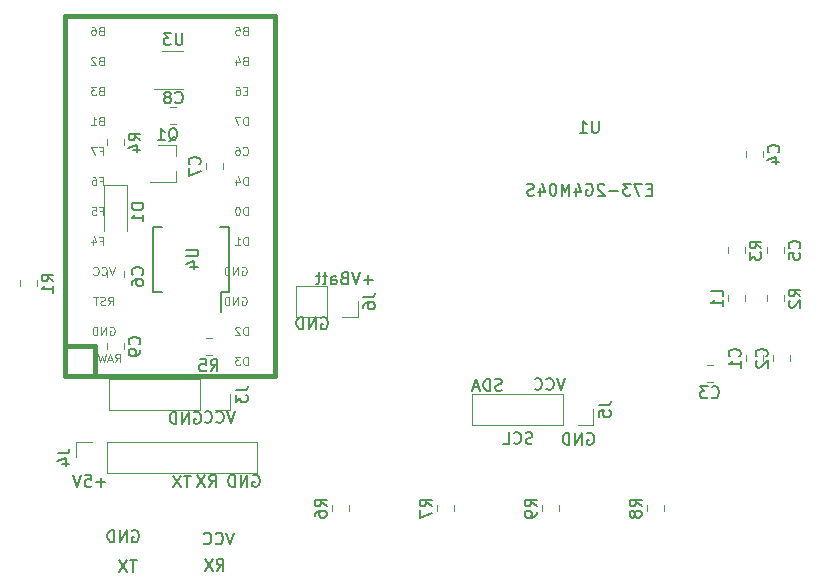
<source format=gbr>
G04 #@! TF.GenerationSoftware,KiCad,Pcbnew,(5.0.0)*
G04 #@! TF.CreationDate,2018-09-23T18:34:32-06:00*
G04 #@! TF.ProjectId,EByte_E73_tester,45427974655F4537335F746573746572,rev?*
G04 #@! TF.SameCoordinates,Original*
G04 #@! TF.FileFunction,Legend,Bot*
G04 #@! TF.FilePolarity,Positive*
%FSLAX46Y46*%
G04 Gerber Fmt 4.6, Leading zero omitted, Abs format (unit mm)*
G04 Created by KiCad (PCBNEW (5.0.0)) date 09/23/18 18:34:32*
%MOMM*%
%LPD*%
G01*
G04 APERTURE LIST*
%ADD10C,0.150000*%
%ADD11C,0.120000*%
%ADD12C,0.381000*%
%ADD13C,0.100000*%
G04 APERTURE END LIST*
D10*
X99742333Y-105862428D02*
X98980428Y-105862428D01*
X99361380Y-106243380D02*
X99361380Y-105481476D01*
X98647095Y-105243380D02*
X98313761Y-106243380D01*
X97980428Y-105243380D01*
X97313761Y-105719571D02*
X97170904Y-105767190D01*
X97123285Y-105814809D01*
X97075666Y-105910047D01*
X97075666Y-106052904D01*
X97123285Y-106148142D01*
X97170904Y-106195761D01*
X97266142Y-106243380D01*
X97647095Y-106243380D01*
X97647095Y-105243380D01*
X97313761Y-105243380D01*
X97218523Y-105291000D01*
X97170904Y-105338619D01*
X97123285Y-105433857D01*
X97123285Y-105529095D01*
X97170904Y-105624333D01*
X97218523Y-105671952D01*
X97313761Y-105719571D01*
X97647095Y-105719571D01*
X96218523Y-106243380D02*
X96218523Y-105719571D01*
X96266142Y-105624333D01*
X96361380Y-105576714D01*
X96551857Y-105576714D01*
X96647095Y-105624333D01*
X96218523Y-106195761D02*
X96313761Y-106243380D01*
X96551857Y-106243380D01*
X96647095Y-106195761D01*
X96694714Y-106100523D01*
X96694714Y-106005285D01*
X96647095Y-105910047D01*
X96551857Y-105862428D01*
X96313761Y-105862428D01*
X96218523Y-105814809D01*
X95885190Y-105576714D02*
X95504238Y-105576714D01*
X95742333Y-105243380D02*
X95742333Y-106100523D01*
X95694714Y-106195761D01*
X95599476Y-106243380D01*
X95504238Y-106243380D01*
X95313761Y-105576714D02*
X94932809Y-105576714D01*
X95170904Y-105243380D02*
X95170904Y-106100523D01*
X95123285Y-106195761D01*
X95028047Y-106243380D01*
X94932809Y-106243380D01*
X95376904Y-109101000D02*
X95472142Y-109053380D01*
X95615000Y-109053380D01*
X95757857Y-109101000D01*
X95853095Y-109196238D01*
X95900714Y-109291476D01*
X95948333Y-109481952D01*
X95948333Y-109624809D01*
X95900714Y-109815285D01*
X95853095Y-109910523D01*
X95757857Y-110005761D01*
X95615000Y-110053380D01*
X95519761Y-110053380D01*
X95376904Y-110005761D01*
X95329285Y-109958142D01*
X95329285Y-109624809D01*
X95519761Y-109624809D01*
X94900714Y-110053380D02*
X94900714Y-109053380D01*
X94329285Y-110053380D01*
X94329285Y-109053380D01*
X93853095Y-110053380D02*
X93853095Y-109053380D01*
X93615000Y-109053380D01*
X93472142Y-109101000D01*
X93376904Y-109196238D01*
X93329285Y-109291476D01*
X93281666Y-109481952D01*
X93281666Y-109624809D01*
X93329285Y-109815285D01*
X93376904Y-109910523D01*
X93472142Y-110005761D01*
X93615000Y-110053380D01*
X93853095Y-110053380D01*
X85891666Y-123388380D02*
X86225000Y-122912190D01*
X86463095Y-123388380D02*
X86463095Y-122388380D01*
X86082142Y-122388380D01*
X85986904Y-122436000D01*
X85939285Y-122483619D01*
X85891666Y-122578857D01*
X85891666Y-122721714D01*
X85939285Y-122816952D01*
X85986904Y-122864571D01*
X86082142Y-122912190D01*
X86463095Y-122912190D01*
X85558333Y-122388380D02*
X84891666Y-123388380D01*
X84891666Y-122388380D02*
X85558333Y-123388380D01*
X86526666Y-130500380D02*
X86860000Y-130024190D01*
X87098095Y-130500380D02*
X87098095Y-129500380D01*
X86717142Y-129500380D01*
X86621904Y-129548000D01*
X86574285Y-129595619D01*
X86526666Y-129690857D01*
X86526666Y-129833714D01*
X86574285Y-129928952D01*
X86621904Y-129976571D01*
X86717142Y-130024190D01*
X87098095Y-130024190D01*
X86193333Y-129500380D02*
X85526666Y-130500380D01*
X85526666Y-129500380D02*
X86193333Y-130500380D01*
X79755904Y-129627380D02*
X79184476Y-129627380D01*
X79470190Y-130627380D02*
X79470190Y-129627380D01*
X78946380Y-129627380D02*
X78279714Y-130627380D01*
X78279714Y-129627380D02*
X78946380Y-130627380D01*
X84327904Y-122451880D02*
X83756476Y-122451880D01*
X84042190Y-123451880D02*
X84042190Y-122451880D01*
X83518380Y-122451880D02*
X82851714Y-123451880D01*
X82851714Y-122451880D02*
X83518380Y-123451880D01*
X79374904Y-127135000D02*
X79470142Y-127087380D01*
X79613000Y-127087380D01*
X79755857Y-127135000D01*
X79851095Y-127230238D01*
X79898714Y-127325476D01*
X79946333Y-127515952D01*
X79946333Y-127658809D01*
X79898714Y-127849285D01*
X79851095Y-127944523D01*
X79755857Y-128039761D01*
X79613000Y-128087380D01*
X79517761Y-128087380D01*
X79374904Y-128039761D01*
X79327285Y-127992142D01*
X79327285Y-127658809D01*
X79517761Y-127658809D01*
X78898714Y-128087380D02*
X78898714Y-127087380D01*
X78327285Y-128087380D01*
X78327285Y-127087380D01*
X77851095Y-128087380D02*
X77851095Y-127087380D01*
X77613000Y-127087380D01*
X77470142Y-127135000D01*
X77374904Y-127230238D01*
X77327285Y-127325476D01*
X77279666Y-127515952D01*
X77279666Y-127658809D01*
X77327285Y-127849285D01*
X77374904Y-127944523D01*
X77470142Y-128039761D01*
X77613000Y-128087380D01*
X77851095Y-128087380D01*
X88010833Y-127277880D02*
X87677500Y-128277880D01*
X87344166Y-127277880D01*
X86439404Y-128182642D02*
X86487023Y-128230261D01*
X86629880Y-128277880D01*
X86725119Y-128277880D01*
X86867976Y-128230261D01*
X86963214Y-128135023D01*
X87010833Y-128039785D01*
X87058452Y-127849309D01*
X87058452Y-127706452D01*
X87010833Y-127515976D01*
X86963214Y-127420738D01*
X86867976Y-127325500D01*
X86725119Y-127277880D01*
X86629880Y-127277880D01*
X86487023Y-127325500D01*
X86439404Y-127373119D01*
X85439404Y-128182642D02*
X85487023Y-128230261D01*
X85629880Y-128277880D01*
X85725119Y-128277880D01*
X85867976Y-128230261D01*
X85963214Y-128135023D01*
X86010833Y-128039785D01*
X86058452Y-127849309D01*
X86058452Y-127706452D01*
X86010833Y-127515976D01*
X85963214Y-127420738D01*
X85867976Y-127325500D01*
X85725119Y-127277880D01*
X85629880Y-127277880D01*
X85487023Y-127325500D01*
X85439404Y-127373119D01*
X77104714Y-123007428D02*
X76342809Y-123007428D01*
X76723761Y-123388380D02*
X76723761Y-122626476D01*
X75390428Y-122388380D02*
X75866619Y-122388380D01*
X75914238Y-122864571D01*
X75866619Y-122816952D01*
X75771380Y-122769333D01*
X75533285Y-122769333D01*
X75438047Y-122816952D01*
X75390428Y-122864571D01*
X75342809Y-122959809D01*
X75342809Y-123197904D01*
X75390428Y-123293142D01*
X75438047Y-123340761D01*
X75533285Y-123388380D01*
X75771380Y-123388380D01*
X75866619Y-123340761D01*
X75914238Y-123293142D01*
X75057095Y-122388380D02*
X74723761Y-123388380D01*
X74390428Y-122388380D01*
X89598404Y-122436000D02*
X89693642Y-122388380D01*
X89836500Y-122388380D01*
X89979357Y-122436000D01*
X90074595Y-122531238D01*
X90122214Y-122626476D01*
X90169833Y-122816952D01*
X90169833Y-122959809D01*
X90122214Y-123150285D01*
X90074595Y-123245523D01*
X89979357Y-123340761D01*
X89836500Y-123388380D01*
X89741261Y-123388380D01*
X89598404Y-123340761D01*
X89550785Y-123293142D01*
X89550785Y-122959809D01*
X89741261Y-122959809D01*
X89122214Y-123388380D02*
X89122214Y-122388380D01*
X88550785Y-123388380D01*
X88550785Y-122388380D01*
X88074595Y-123388380D02*
X88074595Y-122388380D01*
X87836500Y-122388380D01*
X87693642Y-122436000D01*
X87598404Y-122531238D01*
X87550785Y-122626476D01*
X87503166Y-122816952D01*
X87503166Y-122959809D01*
X87550785Y-123150285D01*
X87598404Y-123245523D01*
X87693642Y-123340761D01*
X87836500Y-123388380D01*
X88074595Y-123388380D01*
X88074333Y-116990880D02*
X87741000Y-117990880D01*
X87407666Y-116990880D01*
X86502904Y-117895642D02*
X86550523Y-117943261D01*
X86693380Y-117990880D01*
X86788619Y-117990880D01*
X86931476Y-117943261D01*
X87026714Y-117848023D01*
X87074333Y-117752785D01*
X87121952Y-117562309D01*
X87121952Y-117419452D01*
X87074333Y-117228976D01*
X87026714Y-117133738D01*
X86931476Y-117038500D01*
X86788619Y-116990880D01*
X86693380Y-116990880D01*
X86550523Y-117038500D01*
X86502904Y-117086119D01*
X85502904Y-117895642D02*
X85550523Y-117943261D01*
X85693380Y-117990880D01*
X85788619Y-117990880D01*
X85931476Y-117943261D01*
X86026714Y-117848023D01*
X86074333Y-117752785D01*
X86121952Y-117562309D01*
X86121952Y-117419452D01*
X86074333Y-117228976D01*
X86026714Y-117133738D01*
X85931476Y-117038500D01*
X85788619Y-116990880D01*
X85693380Y-116990880D01*
X85550523Y-117038500D01*
X85502904Y-117086119D01*
X84645404Y-117102000D02*
X84740642Y-117054380D01*
X84883500Y-117054380D01*
X85026357Y-117102000D01*
X85121595Y-117197238D01*
X85169214Y-117292476D01*
X85216833Y-117482952D01*
X85216833Y-117625809D01*
X85169214Y-117816285D01*
X85121595Y-117911523D01*
X85026357Y-118006761D01*
X84883500Y-118054380D01*
X84788261Y-118054380D01*
X84645404Y-118006761D01*
X84597785Y-117959142D01*
X84597785Y-117625809D01*
X84788261Y-117625809D01*
X84169214Y-118054380D02*
X84169214Y-117054380D01*
X83597785Y-118054380D01*
X83597785Y-117054380D01*
X83121595Y-118054380D02*
X83121595Y-117054380D01*
X82883500Y-117054380D01*
X82740642Y-117102000D01*
X82645404Y-117197238D01*
X82597785Y-117292476D01*
X82550166Y-117482952D01*
X82550166Y-117625809D01*
X82597785Y-117816285D01*
X82645404Y-117911523D01*
X82740642Y-118006761D01*
X82883500Y-118054380D01*
X83121595Y-118054380D01*
X110688285Y-115212761D02*
X110545428Y-115260380D01*
X110307333Y-115260380D01*
X110212095Y-115212761D01*
X110164476Y-115165142D01*
X110116857Y-115069904D01*
X110116857Y-114974666D01*
X110164476Y-114879428D01*
X110212095Y-114831809D01*
X110307333Y-114784190D01*
X110497809Y-114736571D01*
X110593047Y-114688952D01*
X110640666Y-114641333D01*
X110688285Y-114546095D01*
X110688285Y-114450857D01*
X110640666Y-114355619D01*
X110593047Y-114308000D01*
X110497809Y-114260380D01*
X110259714Y-114260380D01*
X110116857Y-114308000D01*
X109688285Y-115260380D02*
X109688285Y-114260380D01*
X109450190Y-114260380D01*
X109307333Y-114308000D01*
X109212095Y-114403238D01*
X109164476Y-114498476D01*
X109116857Y-114688952D01*
X109116857Y-114831809D01*
X109164476Y-115022285D01*
X109212095Y-115117523D01*
X109307333Y-115212761D01*
X109450190Y-115260380D01*
X109688285Y-115260380D01*
X108735904Y-114974666D02*
X108259714Y-114974666D01*
X108831142Y-115260380D02*
X108497809Y-114260380D01*
X108164476Y-115260380D01*
X113267976Y-119721261D02*
X113125119Y-119768880D01*
X112887023Y-119768880D01*
X112791785Y-119721261D01*
X112744166Y-119673642D01*
X112696547Y-119578404D01*
X112696547Y-119483166D01*
X112744166Y-119387928D01*
X112791785Y-119340309D01*
X112887023Y-119292690D01*
X113077500Y-119245071D01*
X113172738Y-119197452D01*
X113220357Y-119149833D01*
X113267976Y-119054595D01*
X113267976Y-118959357D01*
X113220357Y-118864119D01*
X113172738Y-118816500D01*
X113077500Y-118768880D01*
X112839404Y-118768880D01*
X112696547Y-118816500D01*
X111696547Y-119673642D02*
X111744166Y-119721261D01*
X111887023Y-119768880D01*
X111982261Y-119768880D01*
X112125119Y-119721261D01*
X112220357Y-119626023D01*
X112267976Y-119530785D01*
X112315595Y-119340309D01*
X112315595Y-119197452D01*
X112267976Y-119006976D01*
X112220357Y-118911738D01*
X112125119Y-118816500D01*
X111982261Y-118768880D01*
X111887023Y-118768880D01*
X111744166Y-118816500D01*
X111696547Y-118864119D01*
X110791785Y-119768880D02*
X111267976Y-119768880D01*
X111267976Y-118768880D01*
X116014333Y-114196880D02*
X115681000Y-115196880D01*
X115347666Y-114196880D01*
X114442904Y-115101642D02*
X114490523Y-115149261D01*
X114633380Y-115196880D01*
X114728619Y-115196880D01*
X114871476Y-115149261D01*
X114966714Y-115054023D01*
X115014333Y-114958785D01*
X115061952Y-114768309D01*
X115061952Y-114625452D01*
X115014333Y-114434976D01*
X114966714Y-114339738D01*
X114871476Y-114244500D01*
X114728619Y-114196880D01*
X114633380Y-114196880D01*
X114490523Y-114244500D01*
X114442904Y-114292119D01*
X113442904Y-115101642D02*
X113490523Y-115149261D01*
X113633380Y-115196880D01*
X113728619Y-115196880D01*
X113871476Y-115149261D01*
X113966714Y-115054023D01*
X114014333Y-114958785D01*
X114061952Y-114768309D01*
X114061952Y-114625452D01*
X114014333Y-114434976D01*
X113966714Y-114339738D01*
X113871476Y-114244500D01*
X113728619Y-114196880D01*
X113633380Y-114196880D01*
X113490523Y-114244500D01*
X113442904Y-114292119D01*
X117919404Y-118880000D02*
X118014642Y-118832380D01*
X118157500Y-118832380D01*
X118300357Y-118880000D01*
X118395595Y-118975238D01*
X118443214Y-119070476D01*
X118490833Y-119260952D01*
X118490833Y-119403809D01*
X118443214Y-119594285D01*
X118395595Y-119689523D01*
X118300357Y-119784761D01*
X118157500Y-119832380D01*
X118062261Y-119832380D01*
X117919404Y-119784761D01*
X117871785Y-119737142D01*
X117871785Y-119403809D01*
X118062261Y-119403809D01*
X117443214Y-119832380D02*
X117443214Y-118832380D01*
X116871785Y-119832380D01*
X116871785Y-118832380D01*
X116395595Y-119832380D02*
X116395595Y-118832380D01*
X116157500Y-118832380D01*
X116014642Y-118880000D01*
X115919404Y-118975238D01*
X115871785Y-119070476D01*
X115824166Y-119260952D01*
X115824166Y-119403809D01*
X115871785Y-119594285D01*
X115919404Y-119689523D01*
X116014642Y-119784761D01*
X116157500Y-119832380D01*
X116395595Y-119832380D01*
D11*
G04 #@! TO.C,J5*
X118424000Y-118170000D02*
X118424000Y-116840000D01*
X117094000Y-118170000D02*
X118424000Y-118170000D01*
X115824000Y-118170000D02*
X115824000Y-115510000D01*
X115824000Y-115510000D02*
X108144000Y-115510000D01*
X115824000Y-118170000D02*
X108144000Y-118170000D01*
X108144000Y-118170000D02*
X108144000Y-115510000D01*
G04 #@! TO.C,Q1*
X83056000Y-94432000D02*
X83056000Y-95362000D01*
X83056000Y-97592000D02*
X83056000Y-96662000D01*
X83056000Y-97592000D02*
X80896000Y-97592000D01*
X83056000Y-94432000D02*
X81596000Y-94432000D01*
G04 #@! TO.C,C6*
X78688000Y-105148748D02*
X78688000Y-105671252D01*
X77268000Y-105148748D02*
X77268000Y-105671252D01*
D12*
G04 #@! TO.C,U2*
X91440000Y-114046000D02*
X73660000Y-114046000D01*
X73660000Y-114046000D02*
X73660000Y-83566000D01*
X73660000Y-83566000D02*
X91440000Y-83566000D01*
X91440000Y-83566000D02*
X91440000Y-114046000D01*
X76200000Y-114046000D02*
X76200000Y-111506000D01*
X76200000Y-111506000D02*
X73660000Y-111506000D01*
D11*
G04 #@! TO.C,J3*
X77410000Y-116900000D02*
X77410000Y-114240000D01*
X85090000Y-116900000D02*
X77410000Y-116900000D01*
X85090000Y-114240000D02*
X77410000Y-114240000D01*
X85090000Y-116900000D02*
X85090000Y-114240000D01*
X86360000Y-116900000D02*
X87690000Y-116900000D01*
X87690000Y-116900000D02*
X87690000Y-115570000D01*
G04 #@! TO.C,J4*
X89976000Y-119574000D02*
X89976000Y-122234000D01*
X77216000Y-119574000D02*
X89976000Y-119574000D01*
X77216000Y-122234000D02*
X89976000Y-122234000D01*
X77216000Y-119574000D02*
X77216000Y-122234000D01*
X75946000Y-119574000D02*
X74616000Y-119574000D01*
X74616000Y-119574000D02*
X74616000Y-120904000D01*
G04 #@! TO.C,C1*
X131370000Y-112260748D02*
X131370000Y-112783252D01*
X132790000Y-112260748D02*
X132790000Y-112783252D01*
G04 #@! TO.C,C2*
X135076000Y-112260748D02*
X135076000Y-112783252D01*
X133656000Y-112260748D02*
X133656000Y-112783252D01*
G04 #@! TO.C,C3*
X128008748Y-113082000D02*
X128531252Y-113082000D01*
X128008748Y-114502000D02*
X128531252Y-114502000D01*
G04 #@! TO.C,C4*
X132790000Y-95511252D02*
X132790000Y-94988748D01*
X131370000Y-95511252D02*
X131370000Y-94988748D01*
G04 #@! TO.C,C5*
X134568000Y-103639252D02*
X134568000Y-103116748D01*
X133148000Y-103639252D02*
X133148000Y-103116748D01*
G04 #@! TO.C,C7*
X85650000Y-96004748D02*
X85650000Y-96527252D01*
X87070000Y-96004748D02*
X87070000Y-96527252D01*
G04 #@! TO.C,C8*
X83065252Y-92658000D02*
X82542748Y-92658000D01*
X83065252Y-91238000D02*
X82542748Y-91238000D01*
G04 #@! TO.C,C9*
X78688000Y-111776252D02*
X78688000Y-111253748D01*
X77268000Y-111776252D02*
X77268000Y-111253748D01*
G04 #@! TO.C,D1*
X76978000Y-97826000D02*
X78978000Y-97826000D01*
X78978000Y-97826000D02*
X78978000Y-101726000D01*
X76978000Y-97826000D02*
X76978000Y-101726000D01*
G04 #@! TO.C,L1*
X129846000Y-107180748D02*
X129846000Y-107703252D01*
X131266000Y-107180748D02*
X131266000Y-107703252D01*
G04 #@! TO.C,R1*
X69902000Y-106433252D02*
X69902000Y-105910748D01*
X71322000Y-106433252D02*
X71322000Y-105910748D01*
G04 #@! TO.C,R2*
X134568000Y-107703252D02*
X134568000Y-107180748D01*
X133148000Y-107703252D02*
X133148000Y-107180748D01*
G04 #@! TO.C,R3*
X129846000Y-103639252D02*
X129846000Y-103116748D01*
X131266000Y-103639252D02*
X131266000Y-103116748D01*
G04 #@! TO.C,R4*
X78688000Y-94495252D02*
X78688000Y-93972748D01*
X77268000Y-94495252D02*
X77268000Y-93972748D01*
G04 #@! TO.C,R5*
X85590748Y-112216000D02*
X86113252Y-112216000D01*
X85590748Y-110796000D02*
X86113252Y-110796000D01*
G04 #@! TO.C,R6*
X97738000Y-124960748D02*
X97738000Y-125483252D01*
X96318000Y-124960748D02*
X96318000Y-125483252D01*
G04 #@! TO.C,R7*
X105208000Y-124960748D02*
X105208000Y-125483252D01*
X106628000Y-124960748D02*
X106628000Y-125483252D01*
G04 #@! TO.C,R8*
X124408000Y-124960748D02*
X124408000Y-125483252D01*
X122988000Y-124960748D02*
X122988000Y-125483252D01*
G04 #@! TO.C,R9*
X114098000Y-124960748D02*
X114098000Y-125483252D01*
X115518000Y-124960748D02*
X115518000Y-125483252D01*
G04 #@! TO.C,U3*
X81904000Y-86528000D02*
X83704000Y-86528000D01*
X83704000Y-89748000D02*
X81254000Y-89748000D01*
D10*
G04 #@! TO.C,U4*
X87533000Y-106890000D02*
X86878000Y-106890000D01*
X87533000Y-101390000D02*
X86783000Y-101390000D01*
X81123000Y-101390000D02*
X81873000Y-101390000D01*
X81123000Y-106890000D02*
X81873000Y-106890000D01*
X87533000Y-106890000D02*
X87533000Y-101390000D01*
X81123000Y-106890000D02*
X81123000Y-101390000D01*
X86878000Y-106890000D02*
X86878000Y-108640000D01*
D11*
G04 #@! TO.C,J6*
X93285000Y-109026000D02*
X93285000Y-106366000D01*
X95885000Y-109026000D02*
X93285000Y-109026000D01*
X95885000Y-106366000D02*
X93285000Y-106366000D01*
X95885000Y-109026000D02*
X95885000Y-106366000D01*
X97155000Y-109026000D02*
X98485000Y-109026000D01*
X98485000Y-109026000D02*
X98485000Y-107696000D01*
G04 #@! TO.C,J5*
D10*
X118876380Y-116506666D02*
X119590666Y-116506666D01*
X119733523Y-116459047D01*
X119828761Y-116363809D01*
X119876380Y-116220952D01*
X119876380Y-116125714D01*
X118876380Y-117459047D02*
X118876380Y-116982857D01*
X119352571Y-116935238D01*
X119304952Y-116982857D01*
X119257333Y-117078095D01*
X119257333Y-117316190D01*
X119304952Y-117411428D01*
X119352571Y-117459047D01*
X119447809Y-117506666D01*
X119685904Y-117506666D01*
X119781142Y-117459047D01*
X119828761Y-117411428D01*
X119876380Y-117316190D01*
X119876380Y-117078095D01*
X119828761Y-116982857D01*
X119781142Y-116935238D01*
G04 #@! TO.C,Q1*
X82454738Y-94146619D02*
X82549976Y-94099000D01*
X82645214Y-94003761D01*
X82788071Y-93860904D01*
X82883309Y-93813285D01*
X82978547Y-93813285D01*
X82930928Y-94051380D02*
X83026166Y-94003761D01*
X83121404Y-93908523D01*
X83169023Y-93718047D01*
X83169023Y-93384714D01*
X83121404Y-93194238D01*
X83026166Y-93099000D01*
X82930928Y-93051380D01*
X82740452Y-93051380D01*
X82645214Y-93099000D01*
X82549976Y-93194238D01*
X82502357Y-93384714D01*
X82502357Y-93718047D01*
X82549976Y-93908523D01*
X82645214Y-94003761D01*
X82740452Y-94051380D01*
X82930928Y-94051380D01*
X81549976Y-94051380D02*
X82121404Y-94051380D01*
X81835690Y-94051380D02*
X81835690Y-93051380D01*
X81930928Y-93194238D01*
X82026166Y-93289476D01*
X82121404Y-93337095D01*
G04 #@! TO.C,C6*
X80240142Y-105433833D02*
X80287761Y-105386214D01*
X80335380Y-105243357D01*
X80335380Y-105148119D01*
X80287761Y-105005261D01*
X80192523Y-104910023D01*
X80097285Y-104862404D01*
X79906809Y-104814785D01*
X79763952Y-104814785D01*
X79573476Y-104862404D01*
X79478238Y-104910023D01*
X79383000Y-105005261D01*
X79335380Y-105148119D01*
X79335380Y-105243357D01*
X79383000Y-105386214D01*
X79430619Y-105433833D01*
X79335380Y-106290976D02*
X79335380Y-106100500D01*
X79383000Y-106005261D01*
X79430619Y-105957642D01*
X79573476Y-105862404D01*
X79763952Y-105814785D01*
X80144904Y-105814785D01*
X80240142Y-105862404D01*
X80287761Y-105910023D01*
X80335380Y-106005261D01*
X80335380Y-106195738D01*
X80287761Y-106290976D01*
X80240142Y-106338595D01*
X80144904Y-106386214D01*
X79906809Y-106386214D01*
X79811571Y-106338595D01*
X79763952Y-106290976D01*
X79716333Y-106195738D01*
X79716333Y-106005261D01*
X79763952Y-105910023D01*
X79811571Y-105862404D01*
X79906809Y-105814785D01*
G04 #@! TO.C,U2*
D13*
X88929333Y-84786000D02*
X88829333Y-84819333D01*
X88796000Y-84852666D01*
X88762666Y-84919333D01*
X88762666Y-85019333D01*
X88796000Y-85086000D01*
X88829333Y-85119333D01*
X88896000Y-85152666D01*
X89162666Y-85152666D01*
X89162666Y-84452666D01*
X88929333Y-84452666D01*
X88862666Y-84486000D01*
X88829333Y-84519333D01*
X88796000Y-84586000D01*
X88796000Y-84652666D01*
X88829333Y-84719333D01*
X88862666Y-84752666D01*
X88929333Y-84786000D01*
X89162666Y-84786000D01*
X88129333Y-84452666D02*
X88462666Y-84452666D01*
X88496000Y-84786000D01*
X88462666Y-84752666D01*
X88396000Y-84719333D01*
X88229333Y-84719333D01*
X88162666Y-84752666D01*
X88129333Y-84786000D01*
X88096000Y-84852666D01*
X88096000Y-85019333D01*
X88129333Y-85086000D01*
X88162666Y-85119333D01*
X88229333Y-85152666D01*
X88396000Y-85152666D01*
X88462666Y-85119333D01*
X88496000Y-85086000D01*
X88929333Y-87326000D02*
X88829333Y-87359333D01*
X88796000Y-87392666D01*
X88762666Y-87459333D01*
X88762666Y-87559333D01*
X88796000Y-87626000D01*
X88829333Y-87659333D01*
X88896000Y-87692666D01*
X89162666Y-87692666D01*
X89162666Y-86992666D01*
X88929333Y-86992666D01*
X88862666Y-87026000D01*
X88829333Y-87059333D01*
X88796000Y-87126000D01*
X88796000Y-87192666D01*
X88829333Y-87259333D01*
X88862666Y-87292666D01*
X88929333Y-87326000D01*
X89162666Y-87326000D01*
X88162666Y-87226000D02*
X88162666Y-87692666D01*
X88329333Y-86959333D02*
X88496000Y-87459333D01*
X88062666Y-87459333D01*
X89129333Y-89866000D02*
X88896000Y-89866000D01*
X88796000Y-90232666D02*
X89129333Y-90232666D01*
X89129333Y-89532666D01*
X88796000Y-89532666D01*
X88196000Y-89532666D02*
X88329333Y-89532666D01*
X88396000Y-89566000D01*
X88429333Y-89599333D01*
X88496000Y-89699333D01*
X88529333Y-89832666D01*
X88529333Y-90099333D01*
X88496000Y-90166000D01*
X88462666Y-90199333D01*
X88396000Y-90232666D01*
X88262666Y-90232666D01*
X88196000Y-90199333D01*
X88162666Y-90166000D01*
X88129333Y-90099333D01*
X88129333Y-89932666D01*
X88162666Y-89866000D01*
X88196000Y-89832666D01*
X88262666Y-89799333D01*
X88396000Y-89799333D01*
X88462666Y-89832666D01*
X88496000Y-89866000D01*
X88529333Y-89932666D01*
X89162666Y-92772666D02*
X89162666Y-92072666D01*
X88996000Y-92072666D01*
X88896000Y-92106000D01*
X88829333Y-92172666D01*
X88796000Y-92239333D01*
X88762666Y-92372666D01*
X88762666Y-92472666D01*
X88796000Y-92606000D01*
X88829333Y-92672666D01*
X88896000Y-92739333D01*
X88996000Y-92772666D01*
X89162666Y-92772666D01*
X88529333Y-92072666D02*
X88062666Y-92072666D01*
X88362666Y-92772666D01*
X88762666Y-95246000D02*
X88796000Y-95279333D01*
X88896000Y-95312666D01*
X88962666Y-95312666D01*
X89062666Y-95279333D01*
X89129333Y-95212666D01*
X89162666Y-95146000D01*
X89196000Y-95012666D01*
X89196000Y-94912666D01*
X89162666Y-94779333D01*
X89129333Y-94712666D01*
X89062666Y-94646000D01*
X88962666Y-94612666D01*
X88896000Y-94612666D01*
X88796000Y-94646000D01*
X88762666Y-94679333D01*
X88162666Y-94612666D02*
X88296000Y-94612666D01*
X88362666Y-94646000D01*
X88396000Y-94679333D01*
X88462666Y-94779333D01*
X88496000Y-94912666D01*
X88496000Y-95179333D01*
X88462666Y-95246000D01*
X88429333Y-95279333D01*
X88362666Y-95312666D01*
X88229333Y-95312666D01*
X88162666Y-95279333D01*
X88129333Y-95246000D01*
X88096000Y-95179333D01*
X88096000Y-95012666D01*
X88129333Y-94946000D01*
X88162666Y-94912666D01*
X88229333Y-94879333D01*
X88362666Y-94879333D01*
X88429333Y-94912666D01*
X88462666Y-94946000D01*
X88496000Y-95012666D01*
X89162666Y-97852666D02*
X89162666Y-97152666D01*
X88996000Y-97152666D01*
X88896000Y-97186000D01*
X88829333Y-97252666D01*
X88796000Y-97319333D01*
X88762666Y-97452666D01*
X88762666Y-97552666D01*
X88796000Y-97686000D01*
X88829333Y-97752666D01*
X88896000Y-97819333D01*
X88996000Y-97852666D01*
X89162666Y-97852666D01*
X88162666Y-97386000D02*
X88162666Y-97852666D01*
X88329333Y-97119333D02*
X88496000Y-97619333D01*
X88062666Y-97619333D01*
X89162666Y-100392666D02*
X89162666Y-99692666D01*
X88996000Y-99692666D01*
X88896000Y-99726000D01*
X88829333Y-99792666D01*
X88796000Y-99859333D01*
X88762666Y-99992666D01*
X88762666Y-100092666D01*
X88796000Y-100226000D01*
X88829333Y-100292666D01*
X88896000Y-100359333D01*
X88996000Y-100392666D01*
X89162666Y-100392666D01*
X88329333Y-99692666D02*
X88262666Y-99692666D01*
X88196000Y-99726000D01*
X88162666Y-99759333D01*
X88129333Y-99826000D01*
X88096000Y-99959333D01*
X88096000Y-100126000D01*
X88129333Y-100259333D01*
X88162666Y-100326000D01*
X88196000Y-100359333D01*
X88262666Y-100392666D01*
X88329333Y-100392666D01*
X88396000Y-100359333D01*
X88429333Y-100326000D01*
X88462666Y-100259333D01*
X88496000Y-100126000D01*
X88496000Y-99959333D01*
X88462666Y-99826000D01*
X88429333Y-99759333D01*
X88396000Y-99726000D01*
X88329333Y-99692666D01*
X89162666Y-102932666D02*
X89162666Y-102232666D01*
X88996000Y-102232666D01*
X88896000Y-102266000D01*
X88829333Y-102332666D01*
X88796000Y-102399333D01*
X88762666Y-102532666D01*
X88762666Y-102632666D01*
X88796000Y-102766000D01*
X88829333Y-102832666D01*
X88896000Y-102899333D01*
X88996000Y-102932666D01*
X89162666Y-102932666D01*
X88096000Y-102932666D02*
X88496000Y-102932666D01*
X88296000Y-102932666D02*
X88296000Y-102232666D01*
X88362666Y-102332666D01*
X88429333Y-102399333D01*
X88496000Y-102432666D01*
X88671333Y-104806000D02*
X88738000Y-104772666D01*
X88838000Y-104772666D01*
X88938000Y-104806000D01*
X89004666Y-104872666D01*
X89038000Y-104939333D01*
X89071333Y-105072666D01*
X89071333Y-105172666D01*
X89038000Y-105306000D01*
X89004666Y-105372666D01*
X88938000Y-105439333D01*
X88838000Y-105472666D01*
X88771333Y-105472666D01*
X88671333Y-105439333D01*
X88638000Y-105406000D01*
X88638000Y-105172666D01*
X88771333Y-105172666D01*
X88338000Y-105472666D02*
X88338000Y-104772666D01*
X87938000Y-105472666D01*
X87938000Y-104772666D01*
X87604666Y-105472666D02*
X87604666Y-104772666D01*
X87438000Y-104772666D01*
X87338000Y-104806000D01*
X87271333Y-104872666D01*
X87238000Y-104939333D01*
X87204666Y-105072666D01*
X87204666Y-105172666D01*
X87238000Y-105306000D01*
X87271333Y-105372666D01*
X87338000Y-105439333D01*
X87438000Y-105472666D01*
X87604666Y-105472666D01*
X88671333Y-107346000D02*
X88738000Y-107312666D01*
X88838000Y-107312666D01*
X88938000Y-107346000D01*
X89004666Y-107412666D01*
X89038000Y-107479333D01*
X89071333Y-107612666D01*
X89071333Y-107712666D01*
X89038000Y-107846000D01*
X89004666Y-107912666D01*
X88938000Y-107979333D01*
X88838000Y-108012666D01*
X88771333Y-108012666D01*
X88671333Y-107979333D01*
X88638000Y-107946000D01*
X88638000Y-107712666D01*
X88771333Y-107712666D01*
X88338000Y-108012666D02*
X88338000Y-107312666D01*
X87938000Y-108012666D01*
X87938000Y-107312666D01*
X87604666Y-108012666D02*
X87604666Y-107312666D01*
X87438000Y-107312666D01*
X87338000Y-107346000D01*
X87271333Y-107412666D01*
X87238000Y-107479333D01*
X87204666Y-107612666D01*
X87204666Y-107712666D01*
X87238000Y-107846000D01*
X87271333Y-107912666D01*
X87338000Y-107979333D01*
X87438000Y-108012666D01*
X87604666Y-108012666D01*
X89162666Y-110552666D02*
X89162666Y-109852666D01*
X88996000Y-109852666D01*
X88896000Y-109886000D01*
X88829333Y-109952666D01*
X88796000Y-110019333D01*
X88762666Y-110152666D01*
X88762666Y-110252666D01*
X88796000Y-110386000D01*
X88829333Y-110452666D01*
X88896000Y-110519333D01*
X88996000Y-110552666D01*
X89162666Y-110552666D01*
X88496000Y-109919333D02*
X88462666Y-109886000D01*
X88396000Y-109852666D01*
X88229333Y-109852666D01*
X88162666Y-109886000D01*
X88129333Y-109919333D01*
X88096000Y-109986000D01*
X88096000Y-110052666D01*
X88129333Y-110152666D01*
X88529333Y-110552666D01*
X88096000Y-110552666D01*
X89162666Y-113092666D02*
X89162666Y-112392666D01*
X88996000Y-112392666D01*
X88896000Y-112426000D01*
X88829333Y-112492666D01*
X88796000Y-112559333D01*
X88762666Y-112692666D01*
X88762666Y-112792666D01*
X88796000Y-112926000D01*
X88829333Y-112992666D01*
X88896000Y-113059333D01*
X88996000Y-113092666D01*
X89162666Y-113092666D01*
X88529333Y-112392666D02*
X88096000Y-112392666D01*
X88329333Y-112659333D01*
X88229333Y-112659333D01*
X88162666Y-112692666D01*
X88129333Y-112726000D01*
X88096000Y-112792666D01*
X88096000Y-112959333D01*
X88129333Y-113026000D01*
X88162666Y-113059333D01*
X88229333Y-113092666D01*
X88429333Y-113092666D01*
X88496000Y-113059333D01*
X88529333Y-113026000D01*
X76737333Y-84786000D02*
X76637333Y-84819333D01*
X76604000Y-84852666D01*
X76570666Y-84919333D01*
X76570666Y-85019333D01*
X76604000Y-85086000D01*
X76637333Y-85119333D01*
X76704000Y-85152666D01*
X76970666Y-85152666D01*
X76970666Y-84452666D01*
X76737333Y-84452666D01*
X76670666Y-84486000D01*
X76637333Y-84519333D01*
X76604000Y-84586000D01*
X76604000Y-84652666D01*
X76637333Y-84719333D01*
X76670666Y-84752666D01*
X76737333Y-84786000D01*
X76970666Y-84786000D01*
X75970666Y-84452666D02*
X76104000Y-84452666D01*
X76170666Y-84486000D01*
X76204000Y-84519333D01*
X76270666Y-84619333D01*
X76304000Y-84752666D01*
X76304000Y-85019333D01*
X76270666Y-85086000D01*
X76237333Y-85119333D01*
X76170666Y-85152666D01*
X76037333Y-85152666D01*
X75970666Y-85119333D01*
X75937333Y-85086000D01*
X75904000Y-85019333D01*
X75904000Y-84852666D01*
X75937333Y-84786000D01*
X75970666Y-84752666D01*
X76037333Y-84719333D01*
X76170666Y-84719333D01*
X76237333Y-84752666D01*
X76270666Y-84786000D01*
X76304000Y-84852666D01*
X76737333Y-87326000D02*
X76637333Y-87359333D01*
X76604000Y-87392666D01*
X76570666Y-87459333D01*
X76570666Y-87559333D01*
X76604000Y-87626000D01*
X76637333Y-87659333D01*
X76704000Y-87692666D01*
X76970666Y-87692666D01*
X76970666Y-86992666D01*
X76737333Y-86992666D01*
X76670666Y-87026000D01*
X76637333Y-87059333D01*
X76604000Y-87126000D01*
X76604000Y-87192666D01*
X76637333Y-87259333D01*
X76670666Y-87292666D01*
X76737333Y-87326000D01*
X76970666Y-87326000D01*
X76304000Y-87059333D02*
X76270666Y-87026000D01*
X76204000Y-86992666D01*
X76037333Y-86992666D01*
X75970666Y-87026000D01*
X75937333Y-87059333D01*
X75904000Y-87126000D01*
X75904000Y-87192666D01*
X75937333Y-87292666D01*
X76337333Y-87692666D01*
X75904000Y-87692666D01*
X76737333Y-89866000D02*
X76637333Y-89899333D01*
X76604000Y-89932666D01*
X76570666Y-89999333D01*
X76570666Y-90099333D01*
X76604000Y-90166000D01*
X76637333Y-90199333D01*
X76704000Y-90232666D01*
X76970666Y-90232666D01*
X76970666Y-89532666D01*
X76737333Y-89532666D01*
X76670666Y-89566000D01*
X76637333Y-89599333D01*
X76604000Y-89666000D01*
X76604000Y-89732666D01*
X76637333Y-89799333D01*
X76670666Y-89832666D01*
X76737333Y-89866000D01*
X76970666Y-89866000D01*
X76337333Y-89532666D02*
X75904000Y-89532666D01*
X76137333Y-89799333D01*
X76037333Y-89799333D01*
X75970666Y-89832666D01*
X75937333Y-89866000D01*
X75904000Y-89932666D01*
X75904000Y-90099333D01*
X75937333Y-90166000D01*
X75970666Y-90199333D01*
X76037333Y-90232666D01*
X76237333Y-90232666D01*
X76304000Y-90199333D01*
X76337333Y-90166000D01*
X76737333Y-92406000D02*
X76637333Y-92439333D01*
X76604000Y-92472666D01*
X76570666Y-92539333D01*
X76570666Y-92639333D01*
X76604000Y-92706000D01*
X76637333Y-92739333D01*
X76704000Y-92772666D01*
X76970666Y-92772666D01*
X76970666Y-92072666D01*
X76737333Y-92072666D01*
X76670666Y-92106000D01*
X76637333Y-92139333D01*
X76604000Y-92206000D01*
X76604000Y-92272666D01*
X76637333Y-92339333D01*
X76670666Y-92372666D01*
X76737333Y-92406000D01*
X76970666Y-92406000D01*
X75904000Y-92772666D02*
X76304000Y-92772666D01*
X76104000Y-92772666D02*
X76104000Y-92072666D01*
X76170666Y-92172666D01*
X76237333Y-92239333D01*
X76304000Y-92272666D01*
X76687333Y-97486000D02*
X76920666Y-97486000D01*
X76920666Y-97852666D02*
X76920666Y-97152666D01*
X76587333Y-97152666D01*
X76020666Y-97152666D02*
X76154000Y-97152666D01*
X76220666Y-97186000D01*
X76254000Y-97219333D01*
X76320666Y-97319333D01*
X76354000Y-97452666D01*
X76354000Y-97719333D01*
X76320666Y-97786000D01*
X76287333Y-97819333D01*
X76220666Y-97852666D01*
X76087333Y-97852666D01*
X76020666Y-97819333D01*
X75987333Y-97786000D01*
X75954000Y-97719333D01*
X75954000Y-97552666D01*
X75987333Y-97486000D01*
X76020666Y-97452666D01*
X76087333Y-97419333D01*
X76220666Y-97419333D01*
X76287333Y-97452666D01*
X76320666Y-97486000D01*
X76354000Y-97552666D01*
X76687333Y-94946000D02*
X76920666Y-94946000D01*
X76920666Y-95312666D02*
X76920666Y-94612666D01*
X76587333Y-94612666D01*
X76387333Y-94612666D02*
X75920666Y-94612666D01*
X76220666Y-95312666D01*
X76687333Y-100026000D02*
X76920666Y-100026000D01*
X76920666Y-100392666D02*
X76920666Y-99692666D01*
X76587333Y-99692666D01*
X75987333Y-99692666D02*
X76320666Y-99692666D01*
X76354000Y-100026000D01*
X76320666Y-99992666D01*
X76254000Y-99959333D01*
X76087333Y-99959333D01*
X76020666Y-99992666D01*
X75987333Y-100026000D01*
X75954000Y-100092666D01*
X75954000Y-100259333D01*
X75987333Y-100326000D01*
X76020666Y-100359333D01*
X76087333Y-100392666D01*
X76254000Y-100392666D01*
X76320666Y-100359333D01*
X76354000Y-100326000D01*
X76687333Y-102566000D02*
X76920666Y-102566000D01*
X76920666Y-102932666D02*
X76920666Y-102232666D01*
X76587333Y-102232666D01*
X76020666Y-102466000D02*
X76020666Y-102932666D01*
X76187333Y-102199333D02*
X76354000Y-102699333D01*
X75920666Y-102699333D01*
X77895333Y-104772666D02*
X77662000Y-105472666D01*
X77428666Y-104772666D01*
X76795333Y-105406000D02*
X76828666Y-105439333D01*
X76928666Y-105472666D01*
X76995333Y-105472666D01*
X77095333Y-105439333D01*
X77162000Y-105372666D01*
X77195333Y-105306000D01*
X77228666Y-105172666D01*
X77228666Y-105072666D01*
X77195333Y-104939333D01*
X77162000Y-104872666D01*
X77095333Y-104806000D01*
X76995333Y-104772666D01*
X76928666Y-104772666D01*
X76828666Y-104806000D01*
X76795333Y-104839333D01*
X76095333Y-105406000D02*
X76128666Y-105439333D01*
X76228666Y-105472666D01*
X76295333Y-105472666D01*
X76395333Y-105439333D01*
X76462000Y-105372666D01*
X76495333Y-105306000D01*
X76528666Y-105172666D01*
X76528666Y-105072666D01*
X76495333Y-104939333D01*
X76462000Y-104872666D01*
X76395333Y-104806000D01*
X76295333Y-104772666D01*
X76228666Y-104772666D01*
X76128666Y-104806000D01*
X76095333Y-104839333D01*
X77345333Y-108012666D02*
X77578666Y-107679333D01*
X77745333Y-108012666D02*
X77745333Y-107312666D01*
X77478666Y-107312666D01*
X77412000Y-107346000D01*
X77378666Y-107379333D01*
X77345333Y-107446000D01*
X77345333Y-107546000D01*
X77378666Y-107612666D01*
X77412000Y-107646000D01*
X77478666Y-107679333D01*
X77745333Y-107679333D01*
X77078666Y-107979333D02*
X76978666Y-108012666D01*
X76812000Y-108012666D01*
X76745333Y-107979333D01*
X76712000Y-107946000D01*
X76678666Y-107879333D01*
X76678666Y-107812666D01*
X76712000Y-107746000D01*
X76745333Y-107712666D01*
X76812000Y-107679333D01*
X76945333Y-107646000D01*
X77012000Y-107612666D01*
X77045333Y-107579333D01*
X77078666Y-107512666D01*
X77078666Y-107446000D01*
X77045333Y-107379333D01*
X77012000Y-107346000D01*
X76945333Y-107312666D01*
X76778666Y-107312666D01*
X76678666Y-107346000D01*
X76478666Y-107312666D02*
X76078666Y-107312666D01*
X76278666Y-108012666D02*
X76278666Y-107312666D01*
X77495333Y-109886000D02*
X77562000Y-109852666D01*
X77662000Y-109852666D01*
X77762000Y-109886000D01*
X77828666Y-109952666D01*
X77862000Y-110019333D01*
X77895333Y-110152666D01*
X77895333Y-110252666D01*
X77862000Y-110386000D01*
X77828666Y-110452666D01*
X77762000Y-110519333D01*
X77662000Y-110552666D01*
X77595333Y-110552666D01*
X77495333Y-110519333D01*
X77462000Y-110486000D01*
X77462000Y-110252666D01*
X77595333Y-110252666D01*
X77162000Y-110552666D02*
X77162000Y-109852666D01*
X76762000Y-110552666D01*
X76762000Y-109852666D01*
X76428666Y-110552666D02*
X76428666Y-109852666D01*
X76262000Y-109852666D01*
X76162000Y-109886000D01*
X76095333Y-109952666D01*
X76062000Y-110019333D01*
X76028666Y-110152666D01*
X76028666Y-110252666D01*
X76062000Y-110386000D01*
X76095333Y-110452666D01*
X76162000Y-110519333D01*
X76262000Y-110552666D01*
X76428666Y-110552666D01*
X77953333Y-112838666D02*
X78186666Y-112505333D01*
X78353333Y-112838666D02*
X78353333Y-112138666D01*
X78086666Y-112138666D01*
X78020000Y-112172000D01*
X77986666Y-112205333D01*
X77953333Y-112272000D01*
X77953333Y-112372000D01*
X77986666Y-112438666D01*
X78020000Y-112472000D01*
X78086666Y-112505333D01*
X78353333Y-112505333D01*
X77686666Y-112638666D02*
X77353333Y-112638666D01*
X77753333Y-112838666D02*
X77520000Y-112138666D01*
X77286666Y-112838666D01*
X77120000Y-112138666D02*
X76953333Y-112838666D01*
X76820000Y-112338666D01*
X76686666Y-112838666D01*
X76520000Y-112138666D01*
G04 #@! TO.C,U1*
D10*
X118871904Y-92416380D02*
X118871904Y-93225904D01*
X118824285Y-93321142D01*
X118776666Y-93368761D01*
X118681428Y-93416380D01*
X118490952Y-93416380D01*
X118395714Y-93368761D01*
X118348095Y-93321142D01*
X118300476Y-93225904D01*
X118300476Y-92416380D01*
X117300476Y-93416380D02*
X117871904Y-93416380D01*
X117586190Y-93416380D02*
X117586190Y-92416380D01*
X117681428Y-92559238D01*
X117776666Y-92654476D01*
X117871904Y-92702095D01*
X123348095Y-98218571D02*
X123014761Y-98218571D01*
X122871904Y-98742380D02*
X123348095Y-98742380D01*
X123348095Y-97742380D01*
X122871904Y-97742380D01*
X122538571Y-97742380D02*
X121871904Y-97742380D01*
X122300476Y-98742380D01*
X121586190Y-97742380D02*
X120967142Y-97742380D01*
X121300476Y-98123333D01*
X121157619Y-98123333D01*
X121062380Y-98170952D01*
X121014761Y-98218571D01*
X120967142Y-98313809D01*
X120967142Y-98551904D01*
X121014761Y-98647142D01*
X121062380Y-98694761D01*
X121157619Y-98742380D01*
X121443333Y-98742380D01*
X121538571Y-98694761D01*
X121586190Y-98647142D01*
X120538571Y-98361428D02*
X119776666Y-98361428D01*
X119348095Y-97837619D02*
X119300476Y-97790000D01*
X119205238Y-97742380D01*
X118967142Y-97742380D01*
X118871904Y-97790000D01*
X118824285Y-97837619D01*
X118776666Y-97932857D01*
X118776666Y-98028095D01*
X118824285Y-98170952D01*
X119395714Y-98742380D01*
X118776666Y-98742380D01*
X117824285Y-97790000D02*
X117919523Y-97742380D01*
X118062380Y-97742380D01*
X118205238Y-97790000D01*
X118300476Y-97885238D01*
X118348095Y-97980476D01*
X118395714Y-98170952D01*
X118395714Y-98313809D01*
X118348095Y-98504285D01*
X118300476Y-98599523D01*
X118205238Y-98694761D01*
X118062380Y-98742380D01*
X117967142Y-98742380D01*
X117824285Y-98694761D01*
X117776666Y-98647142D01*
X117776666Y-98313809D01*
X117967142Y-98313809D01*
X116919523Y-98075714D02*
X116919523Y-98742380D01*
X117157619Y-97694761D02*
X117395714Y-98409047D01*
X116776666Y-98409047D01*
X116395714Y-98742380D02*
X116395714Y-97742380D01*
X116062380Y-98456666D01*
X115729047Y-97742380D01*
X115729047Y-98742380D01*
X115062380Y-97742380D02*
X114967142Y-97742380D01*
X114871904Y-97790000D01*
X114824285Y-97837619D01*
X114776666Y-97932857D01*
X114729047Y-98123333D01*
X114729047Y-98361428D01*
X114776666Y-98551904D01*
X114824285Y-98647142D01*
X114871904Y-98694761D01*
X114967142Y-98742380D01*
X115062380Y-98742380D01*
X115157619Y-98694761D01*
X115205238Y-98647142D01*
X115252857Y-98551904D01*
X115300476Y-98361428D01*
X115300476Y-98123333D01*
X115252857Y-97932857D01*
X115205238Y-97837619D01*
X115157619Y-97790000D01*
X115062380Y-97742380D01*
X113871904Y-98075714D02*
X113871904Y-98742380D01*
X114110000Y-97694761D02*
X114348095Y-98409047D01*
X113729047Y-98409047D01*
X113395714Y-98694761D02*
X113252857Y-98742380D01*
X113014761Y-98742380D01*
X112919523Y-98694761D01*
X112871904Y-98647142D01*
X112824285Y-98551904D01*
X112824285Y-98456666D01*
X112871904Y-98361428D01*
X112919523Y-98313809D01*
X113014761Y-98266190D01*
X113205238Y-98218571D01*
X113300476Y-98170952D01*
X113348095Y-98123333D01*
X113395714Y-98028095D01*
X113395714Y-97932857D01*
X113348095Y-97837619D01*
X113300476Y-97790000D01*
X113205238Y-97742380D01*
X112967142Y-97742380D01*
X112824285Y-97790000D01*
G04 #@! TO.C,J3*
X88142380Y-115236666D02*
X88856666Y-115236666D01*
X88999523Y-115189047D01*
X89094761Y-115093809D01*
X89142380Y-114950952D01*
X89142380Y-114855714D01*
X88142380Y-115617619D02*
X88142380Y-116236666D01*
X88523333Y-115903333D01*
X88523333Y-116046190D01*
X88570952Y-116141428D01*
X88618571Y-116189047D01*
X88713809Y-116236666D01*
X88951904Y-116236666D01*
X89047142Y-116189047D01*
X89094761Y-116141428D01*
X89142380Y-116046190D01*
X89142380Y-115760476D01*
X89094761Y-115665238D01*
X89047142Y-115617619D01*
G04 #@! TO.C,J4*
X73068380Y-120570666D02*
X73782666Y-120570666D01*
X73925523Y-120523047D01*
X74020761Y-120427809D01*
X74068380Y-120284952D01*
X74068380Y-120189714D01*
X73401714Y-121475428D02*
X74068380Y-121475428D01*
X73020761Y-121237333D02*
X73735047Y-120999238D01*
X73735047Y-121618285D01*
G04 #@! TO.C,C1*
X130787142Y-112355333D02*
X130834761Y-112307714D01*
X130882380Y-112164857D01*
X130882380Y-112069619D01*
X130834761Y-111926761D01*
X130739523Y-111831523D01*
X130644285Y-111783904D01*
X130453809Y-111736285D01*
X130310952Y-111736285D01*
X130120476Y-111783904D01*
X130025238Y-111831523D01*
X129930000Y-111926761D01*
X129882380Y-112069619D01*
X129882380Y-112164857D01*
X129930000Y-112307714D01*
X129977619Y-112355333D01*
X130882380Y-113307714D02*
X130882380Y-112736285D01*
X130882380Y-113022000D02*
X129882380Y-113022000D01*
X130025238Y-112926761D01*
X130120476Y-112831523D01*
X130168095Y-112736285D01*
G04 #@! TO.C,C2*
X133073142Y-112355333D02*
X133120761Y-112307714D01*
X133168380Y-112164857D01*
X133168380Y-112069619D01*
X133120761Y-111926761D01*
X133025523Y-111831523D01*
X132930285Y-111783904D01*
X132739809Y-111736285D01*
X132596952Y-111736285D01*
X132406476Y-111783904D01*
X132311238Y-111831523D01*
X132216000Y-111926761D01*
X132168380Y-112069619D01*
X132168380Y-112164857D01*
X132216000Y-112307714D01*
X132263619Y-112355333D01*
X132263619Y-112736285D02*
X132216000Y-112783904D01*
X132168380Y-112879142D01*
X132168380Y-113117238D01*
X132216000Y-113212476D01*
X132263619Y-113260095D01*
X132358857Y-113307714D01*
X132454095Y-113307714D01*
X132596952Y-113260095D01*
X133168380Y-112688666D01*
X133168380Y-113307714D01*
G04 #@! TO.C,C3*
X128436666Y-115799142D02*
X128484285Y-115846761D01*
X128627142Y-115894380D01*
X128722380Y-115894380D01*
X128865238Y-115846761D01*
X128960476Y-115751523D01*
X129008095Y-115656285D01*
X129055714Y-115465809D01*
X129055714Y-115322952D01*
X129008095Y-115132476D01*
X128960476Y-115037238D01*
X128865238Y-114942000D01*
X128722380Y-114894380D01*
X128627142Y-114894380D01*
X128484285Y-114942000D01*
X128436666Y-114989619D01*
X128103333Y-114894380D02*
X127484285Y-114894380D01*
X127817619Y-115275333D01*
X127674761Y-115275333D01*
X127579523Y-115322952D01*
X127531904Y-115370571D01*
X127484285Y-115465809D01*
X127484285Y-115703904D01*
X127531904Y-115799142D01*
X127579523Y-115846761D01*
X127674761Y-115894380D01*
X127960476Y-115894380D01*
X128055714Y-115846761D01*
X128103333Y-115799142D01*
G04 #@! TO.C,C4*
X134087142Y-95083333D02*
X134134761Y-95035714D01*
X134182380Y-94892857D01*
X134182380Y-94797619D01*
X134134761Y-94654761D01*
X134039523Y-94559523D01*
X133944285Y-94511904D01*
X133753809Y-94464285D01*
X133610952Y-94464285D01*
X133420476Y-94511904D01*
X133325238Y-94559523D01*
X133230000Y-94654761D01*
X133182380Y-94797619D01*
X133182380Y-94892857D01*
X133230000Y-95035714D01*
X133277619Y-95083333D01*
X133515714Y-95940476D02*
X134182380Y-95940476D01*
X133134761Y-95702380D02*
X133849047Y-95464285D01*
X133849047Y-96083333D01*
G04 #@! TO.C,C5*
X135865142Y-103211333D02*
X135912761Y-103163714D01*
X135960380Y-103020857D01*
X135960380Y-102925619D01*
X135912761Y-102782761D01*
X135817523Y-102687523D01*
X135722285Y-102639904D01*
X135531809Y-102592285D01*
X135388952Y-102592285D01*
X135198476Y-102639904D01*
X135103238Y-102687523D01*
X135008000Y-102782761D01*
X134960380Y-102925619D01*
X134960380Y-103020857D01*
X135008000Y-103163714D01*
X135055619Y-103211333D01*
X134960380Y-104116095D02*
X134960380Y-103639904D01*
X135436571Y-103592285D01*
X135388952Y-103639904D01*
X135341333Y-103735142D01*
X135341333Y-103973238D01*
X135388952Y-104068476D01*
X135436571Y-104116095D01*
X135531809Y-104163714D01*
X135769904Y-104163714D01*
X135865142Y-104116095D01*
X135912761Y-104068476D01*
X135960380Y-103973238D01*
X135960380Y-103735142D01*
X135912761Y-103639904D01*
X135865142Y-103592285D01*
G04 #@! TO.C,C7*
X85067142Y-96099333D02*
X85114761Y-96051714D01*
X85162380Y-95908857D01*
X85162380Y-95813619D01*
X85114761Y-95670761D01*
X85019523Y-95575523D01*
X84924285Y-95527904D01*
X84733809Y-95480285D01*
X84590952Y-95480285D01*
X84400476Y-95527904D01*
X84305238Y-95575523D01*
X84210000Y-95670761D01*
X84162380Y-95813619D01*
X84162380Y-95908857D01*
X84210000Y-96051714D01*
X84257619Y-96099333D01*
X84162380Y-96432666D02*
X84162380Y-97099333D01*
X85162380Y-96670761D01*
G04 #@! TO.C,C8*
X83034166Y-90844642D02*
X83081785Y-90892261D01*
X83224642Y-90939880D01*
X83319880Y-90939880D01*
X83462738Y-90892261D01*
X83557976Y-90797023D01*
X83605595Y-90701785D01*
X83653214Y-90511309D01*
X83653214Y-90368452D01*
X83605595Y-90177976D01*
X83557976Y-90082738D01*
X83462738Y-89987500D01*
X83319880Y-89939880D01*
X83224642Y-89939880D01*
X83081785Y-89987500D01*
X83034166Y-90035119D01*
X82462738Y-90368452D02*
X82557976Y-90320833D01*
X82605595Y-90273214D01*
X82653214Y-90177976D01*
X82653214Y-90130357D01*
X82605595Y-90035119D01*
X82557976Y-89987500D01*
X82462738Y-89939880D01*
X82272261Y-89939880D01*
X82177023Y-89987500D01*
X82129404Y-90035119D01*
X82081785Y-90130357D01*
X82081785Y-90177976D01*
X82129404Y-90273214D01*
X82177023Y-90320833D01*
X82272261Y-90368452D01*
X82462738Y-90368452D01*
X82557976Y-90416071D01*
X82605595Y-90463690D01*
X82653214Y-90558928D01*
X82653214Y-90749404D01*
X82605595Y-90844642D01*
X82557976Y-90892261D01*
X82462738Y-90939880D01*
X82272261Y-90939880D01*
X82177023Y-90892261D01*
X82129404Y-90844642D01*
X82081785Y-90749404D01*
X82081785Y-90558928D01*
X82129404Y-90463690D01*
X82177023Y-90416071D01*
X82272261Y-90368452D01*
G04 #@! TO.C,C9*
X79985142Y-111348333D02*
X80032761Y-111300714D01*
X80080380Y-111157857D01*
X80080380Y-111062619D01*
X80032761Y-110919761D01*
X79937523Y-110824523D01*
X79842285Y-110776904D01*
X79651809Y-110729285D01*
X79508952Y-110729285D01*
X79318476Y-110776904D01*
X79223238Y-110824523D01*
X79128000Y-110919761D01*
X79080380Y-111062619D01*
X79080380Y-111157857D01*
X79128000Y-111300714D01*
X79175619Y-111348333D01*
X80080380Y-111824523D02*
X80080380Y-112015000D01*
X80032761Y-112110238D01*
X79985142Y-112157857D01*
X79842285Y-112253095D01*
X79651809Y-112300714D01*
X79270857Y-112300714D01*
X79175619Y-112253095D01*
X79128000Y-112205476D01*
X79080380Y-112110238D01*
X79080380Y-111919761D01*
X79128000Y-111824523D01*
X79175619Y-111776904D01*
X79270857Y-111729285D01*
X79508952Y-111729285D01*
X79604190Y-111776904D01*
X79651809Y-111824523D01*
X79699428Y-111919761D01*
X79699428Y-112110238D01*
X79651809Y-112205476D01*
X79604190Y-112253095D01*
X79508952Y-112300714D01*
G04 #@! TO.C,D1*
X80335380Y-99401404D02*
X79335380Y-99401404D01*
X79335380Y-99639500D01*
X79383000Y-99782357D01*
X79478238Y-99877595D01*
X79573476Y-99925214D01*
X79763952Y-99972833D01*
X79906809Y-99972833D01*
X80097285Y-99925214D01*
X80192523Y-99877595D01*
X80287761Y-99782357D01*
X80335380Y-99639500D01*
X80335380Y-99401404D01*
X80335380Y-100925214D02*
X80335380Y-100353785D01*
X80335380Y-100639500D02*
X79335380Y-100639500D01*
X79478238Y-100544261D01*
X79573476Y-100449023D01*
X79621095Y-100353785D01*
G04 #@! TO.C,L1*
X129358380Y-107275333D02*
X129358380Y-106799142D01*
X128358380Y-106799142D01*
X129358380Y-108132476D02*
X129358380Y-107561047D01*
X129358380Y-107846761D02*
X128358380Y-107846761D01*
X128501238Y-107751523D01*
X128596476Y-107656285D01*
X128644095Y-107561047D01*
G04 #@! TO.C,R1*
X72714380Y-106005333D02*
X72238190Y-105672000D01*
X72714380Y-105433904D02*
X71714380Y-105433904D01*
X71714380Y-105814857D01*
X71762000Y-105910095D01*
X71809619Y-105957714D01*
X71904857Y-106005333D01*
X72047714Y-106005333D01*
X72142952Y-105957714D01*
X72190571Y-105910095D01*
X72238190Y-105814857D01*
X72238190Y-105433904D01*
X72714380Y-106957714D02*
X72714380Y-106386285D01*
X72714380Y-106672000D02*
X71714380Y-106672000D01*
X71857238Y-106576761D01*
X71952476Y-106481523D01*
X72000095Y-106386285D01*
G04 #@! TO.C,R2*
X135960380Y-107275333D02*
X135484190Y-106942000D01*
X135960380Y-106703904D02*
X134960380Y-106703904D01*
X134960380Y-107084857D01*
X135008000Y-107180095D01*
X135055619Y-107227714D01*
X135150857Y-107275333D01*
X135293714Y-107275333D01*
X135388952Y-107227714D01*
X135436571Y-107180095D01*
X135484190Y-107084857D01*
X135484190Y-106703904D01*
X135055619Y-107656285D02*
X135008000Y-107703904D01*
X134960380Y-107799142D01*
X134960380Y-108037238D01*
X135008000Y-108132476D01*
X135055619Y-108180095D01*
X135150857Y-108227714D01*
X135246095Y-108227714D01*
X135388952Y-108180095D01*
X135960380Y-107608666D01*
X135960380Y-108227714D01*
G04 #@! TO.C,R3*
X132658380Y-103211333D02*
X132182190Y-102878000D01*
X132658380Y-102639904D02*
X131658380Y-102639904D01*
X131658380Y-103020857D01*
X131706000Y-103116095D01*
X131753619Y-103163714D01*
X131848857Y-103211333D01*
X131991714Y-103211333D01*
X132086952Y-103163714D01*
X132134571Y-103116095D01*
X132182190Y-103020857D01*
X132182190Y-102639904D01*
X131658380Y-103544666D02*
X131658380Y-104163714D01*
X132039333Y-103830380D01*
X132039333Y-103973238D01*
X132086952Y-104068476D01*
X132134571Y-104116095D01*
X132229809Y-104163714D01*
X132467904Y-104163714D01*
X132563142Y-104116095D01*
X132610761Y-104068476D01*
X132658380Y-103973238D01*
X132658380Y-103687523D01*
X132610761Y-103592285D01*
X132563142Y-103544666D01*
G04 #@! TO.C,R4*
X80080380Y-94067333D02*
X79604190Y-93734000D01*
X80080380Y-93495904D02*
X79080380Y-93495904D01*
X79080380Y-93876857D01*
X79128000Y-93972095D01*
X79175619Y-94019714D01*
X79270857Y-94067333D01*
X79413714Y-94067333D01*
X79508952Y-94019714D01*
X79556571Y-93972095D01*
X79604190Y-93876857D01*
X79604190Y-93495904D01*
X79413714Y-94924476D02*
X80080380Y-94924476D01*
X79032761Y-94686380D02*
X79747047Y-94448285D01*
X79747047Y-95067333D01*
G04 #@! TO.C,R5*
X86018666Y-113608380D02*
X86352000Y-113132190D01*
X86590095Y-113608380D02*
X86590095Y-112608380D01*
X86209142Y-112608380D01*
X86113904Y-112656000D01*
X86066285Y-112703619D01*
X86018666Y-112798857D01*
X86018666Y-112941714D01*
X86066285Y-113036952D01*
X86113904Y-113084571D01*
X86209142Y-113132190D01*
X86590095Y-113132190D01*
X85113904Y-112608380D02*
X85590095Y-112608380D01*
X85637714Y-113084571D01*
X85590095Y-113036952D01*
X85494857Y-112989333D01*
X85256761Y-112989333D01*
X85161523Y-113036952D01*
X85113904Y-113084571D01*
X85066285Y-113179809D01*
X85066285Y-113417904D01*
X85113904Y-113513142D01*
X85161523Y-113560761D01*
X85256761Y-113608380D01*
X85494857Y-113608380D01*
X85590095Y-113560761D01*
X85637714Y-113513142D01*
G04 #@! TO.C,R6*
X95830380Y-125055333D02*
X95354190Y-124722000D01*
X95830380Y-124483904D02*
X94830380Y-124483904D01*
X94830380Y-124864857D01*
X94878000Y-124960095D01*
X94925619Y-125007714D01*
X95020857Y-125055333D01*
X95163714Y-125055333D01*
X95258952Y-125007714D01*
X95306571Y-124960095D01*
X95354190Y-124864857D01*
X95354190Y-124483904D01*
X94830380Y-125912476D02*
X94830380Y-125722000D01*
X94878000Y-125626761D01*
X94925619Y-125579142D01*
X95068476Y-125483904D01*
X95258952Y-125436285D01*
X95639904Y-125436285D01*
X95735142Y-125483904D01*
X95782761Y-125531523D01*
X95830380Y-125626761D01*
X95830380Y-125817238D01*
X95782761Y-125912476D01*
X95735142Y-125960095D01*
X95639904Y-126007714D01*
X95401809Y-126007714D01*
X95306571Y-125960095D01*
X95258952Y-125912476D01*
X95211333Y-125817238D01*
X95211333Y-125626761D01*
X95258952Y-125531523D01*
X95306571Y-125483904D01*
X95401809Y-125436285D01*
G04 #@! TO.C,R7*
X104720380Y-125055333D02*
X104244190Y-124722000D01*
X104720380Y-124483904D02*
X103720380Y-124483904D01*
X103720380Y-124864857D01*
X103768000Y-124960095D01*
X103815619Y-125007714D01*
X103910857Y-125055333D01*
X104053714Y-125055333D01*
X104148952Y-125007714D01*
X104196571Y-124960095D01*
X104244190Y-124864857D01*
X104244190Y-124483904D01*
X103720380Y-125388666D02*
X103720380Y-126055333D01*
X104720380Y-125626761D01*
G04 #@! TO.C,R8*
X122500380Y-125055333D02*
X122024190Y-124722000D01*
X122500380Y-124483904D02*
X121500380Y-124483904D01*
X121500380Y-124864857D01*
X121548000Y-124960095D01*
X121595619Y-125007714D01*
X121690857Y-125055333D01*
X121833714Y-125055333D01*
X121928952Y-125007714D01*
X121976571Y-124960095D01*
X122024190Y-124864857D01*
X122024190Y-124483904D01*
X121928952Y-125626761D02*
X121881333Y-125531523D01*
X121833714Y-125483904D01*
X121738476Y-125436285D01*
X121690857Y-125436285D01*
X121595619Y-125483904D01*
X121548000Y-125531523D01*
X121500380Y-125626761D01*
X121500380Y-125817238D01*
X121548000Y-125912476D01*
X121595619Y-125960095D01*
X121690857Y-126007714D01*
X121738476Y-126007714D01*
X121833714Y-125960095D01*
X121881333Y-125912476D01*
X121928952Y-125817238D01*
X121928952Y-125626761D01*
X121976571Y-125531523D01*
X122024190Y-125483904D01*
X122119428Y-125436285D01*
X122309904Y-125436285D01*
X122405142Y-125483904D01*
X122452761Y-125531523D01*
X122500380Y-125626761D01*
X122500380Y-125817238D01*
X122452761Y-125912476D01*
X122405142Y-125960095D01*
X122309904Y-126007714D01*
X122119428Y-126007714D01*
X122024190Y-125960095D01*
X121976571Y-125912476D01*
X121928952Y-125817238D01*
G04 #@! TO.C,R9*
X113610380Y-125055333D02*
X113134190Y-124722000D01*
X113610380Y-124483904D02*
X112610380Y-124483904D01*
X112610380Y-124864857D01*
X112658000Y-124960095D01*
X112705619Y-125007714D01*
X112800857Y-125055333D01*
X112943714Y-125055333D01*
X113038952Y-125007714D01*
X113086571Y-124960095D01*
X113134190Y-124864857D01*
X113134190Y-124483904D01*
X113610380Y-125531523D02*
X113610380Y-125722000D01*
X113562761Y-125817238D01*
X113515142Y-125864857D01*
X113372285Y-125960095D01*
X113181809Y-126007714D01*
X112800857Y-126007714D01*
X112705619Y-125960095D01*
X112658000Y-125912476D01*
X112610380Y-125817238D01*
X112610380Y-125626761D01*
X112658000Y-125531523D01*
X112705619Y-125483904D01*
X112800857Y-125436285D01*
X113038952Y-125436285D01*
X113134190Y-125483904D01*
X113181809Y-125531523D01*
X113229428Y-125626761D01*
X113229428Y-125817238D01*
X113181809Y-125912476D01*
X113134190Y-125960095D01*
X113038952Y-126007714D01*
G04 #@! TO.C,U3*
X83629404Y-84986880D02*
X83629404Y-85796404D01*
X83581785Y-85891642D01*
X83534166Y-85939261D01*
X83438928Y-85986880D01*
X83248452Y-85986880D01*
X83153214Y-85939261D01*
X83105595Y-85891642D01*
X83057976Y-85796404D01*
X83057976Y-84986880D01*
X82677023Y-84986880D02*
X82057976Y-84986880D01*
X82391309Y-85367833D01*
X82248452Y-85367833D01*
X82153214Y-85415452D01*
X82105595Y-85463071D01*
X82057976Y-85558309D01*
X82057976Y-85796404D01*
X82105595Y-85891642D01*
X82153214Y-85939261D01*
X82248452Y-85986880D01*
X82534166Y-85986880D01*
X82629404Y-85939261D01*
X82677023Y-85891642D01*
G04 #@! TO.C,U4*
X83970880Y-103314595D02*
X84780404Y-103314595D01*
X84875642Y-103362214D01*
X84923261Y-103409833D01*
X84970880Y-103505071D01*
X84970880Y-103695547D01*
X84923261Y-103790785D01*
X84875642Y-103838404D01*
X84780404Y-103886023D01*
X83970880Y-103886023D01*
X84304214Y-104790785D02*
X84970880Y-104790785D01*
X83923261Y-104552690D02*
X84637547Y-104314595D01*
X84637547Y-104933642D01*
G04 #@! TO.C,J6*
X98937380Y-107362666D02*
X99651666Y-107362666D01*
X99794523Y-107315047D01*
X99889761Y-107219809D01*
X99937380Y-107076952D01*
X99937380Y-106981714D01*
X98937380Y-108267428D02*
X98937380Y-108076952D01*
X98985000Y-107981714D01*
X99032619Y-107934095D01*
X99175476Y-107838857D01*
X99365952Y-107791238D01*
X99746904Y-107791238D01*
X99842142Y-107838857D01*
X99889761Y-107886476D01*
X99937380Y-107981714D01*
X99937380Y-108172190D01*
X99889761Y-108267428D01*
X99842142Y-108315047D01*
X99746904Y-108362666D01*
X99508809Y-108362666D01*
X99413571Y-108315047D01*
X99365952Y-108267428D01*
X99318333Y-108172190D01*
X99318333Y-107981714D01*
X99365952Y-107886476D01*
X99413571Y-107838857D01*
X99508809Y-107791238D01*
G04 #@! TD*
M02*

</source>
